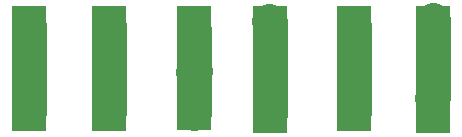
<source format=gbr>
%TF.GenerationSoftware,KiCad,Pcbnew,(6.0.4)*%
%TF.CreationDate,2023-01-17T21:57:26-05:00*%
%TF.ProjectId,tube,74756265-2e6b-4696-9361-645f70636258,rev?*%
%TF.SameCoordinates,Original*%
%TF.FileFunction,Copper,L1,Top*%
%TF.FilePolarity,Positive*%
%FSLAX46Y46*%
G04 Gerber Fmt 4.6, Leading zero omitted, Abs format (unit mm)*
G04 Created by KiCad (PCBNEW (6.0.4)) date 2023-01-17 21:57:26*
%MOMM*%
%LPD*%
G01*
G04 APERTURE LIST*
%TA.AperFunction,ComponentPad*%
%ADD10R,3.000000X3.000000*%
%TD*%
%TA.AperFunction,Conductor*%
%ADD11C,3.000000*%
%TD*%
G04 APERTURE END LIST*
D10*
%TO.P,REF\u002A\u002A,1*%
%TO.N,N/C*%
X1500000Y-9300000D03*
%TD*%
%TO.P,,1*%
%TO.N,N/C*%
X35700000Y-1600000D03*
%TD*%
%TO.P,,1*%
%TO.N,N/C*%
X29000000Y-1600000D03*
%TD*%
%TO.P,,1*%
%TO.N,N/C*%
X1500000Y-1600000D03*
%TD*%
%TO.P,,1*%
%TO.N,N/C*%
X15500000Y-9250000D03*
%TD*%
%TO.P,REF\u002A\u002A,1*%
%TO.N,N/C*%
X29000000Y-9300000D03*
%TD*%
%TO.P,REF\u002A\u002A,1*%
%TO.N,N/C*%
X8300000Y-9300000D03*
%TD*%
%TO.P,,1*%
%TO.N,N/C*%
X15500000Y-1600000D03*
%TD*%
%TO.P,,1*%
%TO.N,N/C*%
X35700000Y-6500000D03*
%TD*%
%TO.P,,1*%
%TO.N,N/C*%
X8300000Y-1600000D03*
%TD*%
%TO.P,,1*%
%TO.N,N/C*%
X21900000Y-1600000D03*
%TD*%
%TO.P,,1*%
%TO.N,N/C*%
X15500000Y-6300000D03*
%TD*%
%TO.P,,1*%
%TO.N,N/C*%
X21900000Y-9500000D03*
%TD*%
%TO.P,,1*%
%TO.N,N/C*%
X1500000Y-6350000D03*
%TD*%
%TO.P,,1*%
%TO.N,N/C*%
X35700000Y-9500000D03*
%TD*%
%TO.P,,1*%
%TO.N,N/C*%
X21900000Y-6500000D03*
%TD*%
D11*
%TO.N,*%
X15550000Y-5650000D02*
X15450000Y-5750000D01*
X1500000Y-1900000D02*
X1500000Y-9150000D01*
X15500000Y-5750000D02*
X15500000Y-9250000D01*
X21850000Y-1450000D02*
X21950000Y-1550000D01*
X29000000Y-1900000D02*
X29000000Y-9150000D01*
X21900000Y-1550000D02*
X21900000Y-9350000D01*
X35700000Y-1400000D02*
X35700000Y-7900000D01*
X35750000Y-7900000D02*
X35650000Y-8000000D01*
X15500000Y-2200000D02*
X15500000Y-5650000D01*
X8300000Y-1900000D02*
X8300000Y-9150000D01*
%TD*%
M02*

</source>
